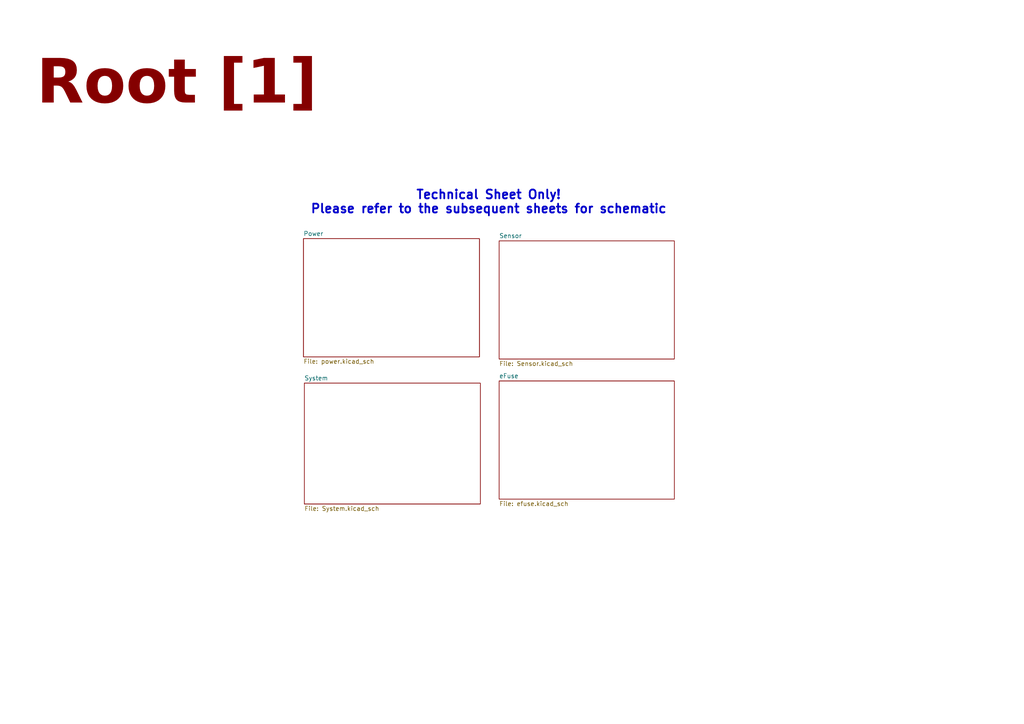
<source format=kicad_sch>
(kicad_sch
	(version 20250114)
	(generator "eeschema")
	(generator_version "9.0")
	(uuid "ded7c4da-7d9f-418d-838f-f5efc7d9c9cb")
	(paper "A4")
	(title_block
		(title "Root")
		(date "2025-11-17")
		(rev "1.0")
		(company "Czech Technical University in Prague")
	)
	(lib_symbols)
	(text "Root [1]"
		(exclude_from_sim no)
		(at 51.308 27.94 0)
		(effects
			(font
				(face "Arial")
				(size 12.7 12.7)
				(thickness 0.762)
				(bold yes)
				(color 132 0 0 1)
			)
		)
		(uuid "4054362f-cd47-4006-ba49-454fc56e5255")
	)
	(text "Technical Sheet Only!\nPlease refer to the subsequent sheets for schematic"
		(exclude_from_sim no)
		(at 141.732 58.674 0)
		(effects
			(font
				(size 2.54 2.54)
				(thickness 0.508)
				(bold yes)
			)
		)
		(uuid "51709e72-eea9-4971-a26e-4eeb0586d34b")
	)
	(sheet
		(at 144.78 110.49)
		(size 50.8 34.29)
		(exclude_from_sim no)
		(in_bom yes)
		(on_board yes)
		(dnp no)
		(fields_autoplaced yes)
		(stroke
			(width 0.1524)
			(type solid)
		)
		(fill
			(color 0 0 0 0.0000)
		)
		(uuid "52ebae9c-e8b2-4352-947d-ab5ab95db8e1")
		(property "Sheetname" "eFuse"
			(at 144.78 109.7784 0)
			(effects
				(font
					(size 1.27 1.27)
				)
				(justify left bottom)
			)
		)
		(property "Sheetfile" "efuse.kicad_sch"
			(at 144.78 145.3646 0)
			(effects
				(font
					(size 1.27 1.27)
				)
				(justify left top)
			)
		)
		(instances
			(project "VoxLink"
				(path "/ded7c4da-7d9f-418d-838f-f5efc7d9c9cb"
					(page "1")
				)
			)
		)
	)
	(sheet
		(at 88.011 69.215)
		(size 51.054 34.29)
		(exclude_from_sim no)
		(in_bom yes)
		(on_board yes)
		(dnp no)
		(fields_autoplaced yes)
		(stroke
			(width 0.1524)
			(type solid)
		)
		(fill
			(color 0 0 0 0.0000)
		)
		(uuid "834e4732-f30d-482c-8608-d3ea3dbb4e9c")
		(property "Sheetname" "Power"
			(at 88.011 68.5034 0)
			(effects
				(font
					(size 1.27 1.27)
				)
				(justify left bottom)
			)
		)
		(property "Sheetfile" "power.kicad_sch"
			(at 88.011 104.0896 0)
			(effects
				(font
					(size 1.27 1.27)
				)
				(justify left top)
			)
		)
		(instances
			(project "VoxLink"
				(path "/ded7c4da-7d9f-418d-838f-f5efc7d9c9cb"
					(page "2")
				)
			)
		)
	)
	(sheet
		(at 144.78 69.85)
		(size 50.8 34.29)
		(exclude_from_sim no)
		(in_bom yes)
		(on_board yes)
		(dnp no)
		(fields_autoplaced yes)
		(stroke
			(width 0.1524)
			(type solid)
		)
		(fill
			(color 0 0 0 0.0000)
		)
		(uuid "9719f155-9a63-4412-a45f-eaa04d0e19ac")
		(property "Sheetname" "Sensor"
			(at 144.78 69.1384 0)
			(effects
				(font
					(size 1.27 1.27)
				)
				(justify left bottom)
			)
		)
		(property "Sheetfile" "Sensor.kicad_sch"
			(at 144.78 104.7246 0)
			(effects
				(font
					(size 1.27 1.27)
				)
				(justify left top)
			)
		)
		(instances
			(project "VoxLink"
				(path "/ded7c4da-7d9f-418d-838f-f5efc7d9c9cb"
					(page "4")
				)
			)
		)
	)
	(sheet
		(at 88.265 111.125)
		(size 51.054 35.052)
		(exclude_from_sim no)
		(in_bom yes)
		(on_board yes)
		(dnp no)
		(fields_autoplaced yes)
		(stroke
			(width 0.1524)
			(type solid)
		)
		(fill
			(color 0 0 0 0.0000)
		)
		(uuid "c4c61dc7-e886-4936-92b8-e54fa8120fa3")
		(property "Sheetname" "System"
			(at 88.265 110.4134 0)
			(effects
				(font
					(size 1.27 1.27)
				)
				(justify left bottom)
			)
		)
		(property "Sheetfile" "System.kicad_sch"
			(at 88.265 146.7616 0)
			(effects
				(font
					(size 1.27 1.27)
				)
				(justify left top)
			)
		)
		(instances
			(project "VoxLink"
				(path "/ded7c4da-7d9f-418d-838f-f5efc7d9c9cb"
					(page "3")
				)
			)
		)
	)
	(sheet_instances
		(path "/"
			(page "0")
		)
	)
	(embedded_fonts no)
)

</source>
